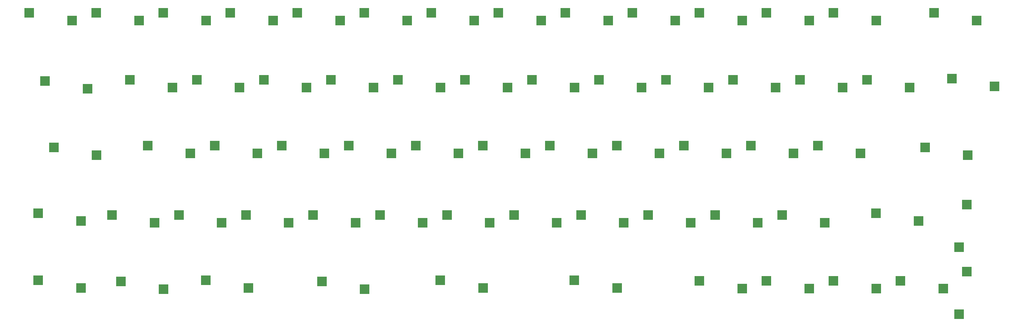
<source format=gbr>
G04 --- HEADER BEGIN --- *
G04 #@! TF.GenerationSoftware,LibrePCB,LibrePCB,0.1.6*
G04 #@! TF.CreationDate,2022-01-23T01:59:08*
G04 #@! TF.ProjectId,kbdkid2,7819c900-32f6-47f1-a260-aa52c2de7dd9,v1*
G04 #@! TF.Part,Single*
G04 #@! TF.SameCoordinates*
G04 #@! TF.FileFunction,Soldermask,Bot*
G04 #@! TF.FilePolarity,Negative*
%FSLAX66Y66*%
%MOMM*%
G01*
G75*
G04 --- HEADER END --- *
G04 --- APERTURE LIST BEGIN --- *
%ADD10R,2.8X2.8*%
G04 --- APERTURE LIST END --- *
G04 --- BOARD BEGIN --- *
D10*
G04 #@! TO.C,S37*
X194630000Y61215000D03*
X182480000Y63415000D03*
G04 #@! TO.C,S44*
X70170000Y41535000D03*
X58020000Y43735000D03*
G04 #@! TO.C,S45*
X89220000Y41535000D03*
X77070000Y43735000D03*
G04 #@! TO.C,S54*
X268290000Y42005000D03*
X256140000Y44205000D03*
G04 #@! TO.C,S40*
X251780000Y61215000D03*
X239630000Y63415000D03*
G04 #@! TO.C,S28*
X289880000Y80265000D03*
X277730000Y82465000D03*
G04 #@! TO.C,S1*
X27625000Y99000000D03*
X15475000Y101200000D03*
G04 #@! TO.C,S27*
X265750000Y79945000D03*
X253600000Y82145000D03*
G04 #@! TO.C,S7*
X141925000Y99000000D03*
X129775000Y101200000D03*
G04 #@! TO.C,S24*
X208600000Y79945000D03*
X196450000Y82145000D03*
G04 #@! TO.C,S12*
X237175000Y99000000D03*
X225025000Y101200000D03*
G04 #@! TO.C,S43*
X51120000Y41535000D03*
X38970000Y43735000D03*
G04 #@! TO.C,S11*
X218125000Y99000000D03*
X205975000Y101200000D03*
G04 #@! TO.C,S18*
X94300000Y79945000D03*
X82150000Y82145000D03*
G04 #@! TO.C,S58*
X77790000Y22955000D03*
X65640000Y25155000D03*
G04 #@! TO.C,S10*
X199075000Y99000000D03*
X186925000Y101200000D03*
G04 #@! TO.C,S32*
X99380000Y61215000D03*
X87230000Y63415000D03*
G04 #@! TO.C,S61*
X182565000Y22960000D03*
X170415000Y25160000D03*
G04 #@! TO.C,S41*
X282260000Y60745000D03*
X270110000Y62945000D03*
G04 #@! TO.C,S23*
X189550000Y79945000D03*
X177400000Y82145000D03*
G04 #@! TO.C,S19*
X113350000Y79945000D03*
X101200000Y82145000D03*
G04 #@! TO.C,S8*
X160975000Y99000000D03*
X148825000Y101200000D03*
G04 #@! TO.C,S56*
X30165000Y22960000D03*
X18015000Y25160000D03*
G04 #@! TO.C,S30*
X61280000Y61215000D03*
X49130000Y63415000D03*
G04 #@! TO.C,S20*
X132400000Y79945000D03*
X120250000Y82145000D03*
G04 #@! TO.C,S2*
X46675000Y99000000D03*
X34525000Y101200000D03*
G04 #@! TO.C,S42*
X30165000Y42010000D03*
X18015000Y44210000D03*
G04 #@! TO.C,S38*
X213680000Y61215000D03*
X201530000Y63415000D03*
G04 #@! TO.C,S34*
X137480000Y61215000D03*
X125330000Y63415000D03*
G04 #@! TO.C,S39*
X232730000Y61215000D03*
X220580000Y63415000D03*
G04 #@! TO.C,S31*
X80330000Y61215000D03*
X68180000Y63415000D03*
G04 #@! TO.C,S6*
X122875000Y99000000D03*
X110725000Y101200000D03*
G04 #@! TO.C,S5*
X103825000Y99000000D03*
X91675000Y101200000D03*
G04 #@! TO.C,S55*
X282000000Y46675000D03*
X279800000Y34525000D03*
G04 #@! TO.C,S3*
X65725000Y99000000D03*
X53575000Y101200000D03*
G04 #@! TO.C,S57*
X53660000Y22645000D03*
X41510000Y24845000D03*
G04 #@! TO.C,S14*
X284800000Y98995000D03*
X272650000Y101195000D03*
G04 #@! TO.C,S33*
X118430000Y61215000D03*
X106280000Y63415000D03*
G04 #@! TO.C,S65*
X275275000Y22800000D03*
X263125000Y25000000D03*
G04 #@! TO.C,S51*
X203520000Y41535000D03*
X191370000Y43735000D03*
G04 #@! TO.C,S13*
X256225000Y99000000D03*
X244075000Y101200000D03*
G04 #@! TO.C,S46*
X108270000Y41535000D03*
X96120000Y43735000D03*
G04 #@! TO.C,S35*
X156530000Y61215000D03*
X144380000Y63415000D03*
G04 #@! TO.C,S22*
X170500000Y79945000D03*
X158350000Y82145000D03*
G04 #@! TO.C,S15*
X32070000Y79635000D03*
X19920000Y81835000D03*
G04 #@! TO.C,S17*
X75250000Y79945000D03*
X63100000Y82145000D03*
G04 #@! TO.C,S52*
X222570000Y41535000D03*
X210420000Y43735000D03*
G04 #@! TO.C,S9*
X180025000Y99000000D03*
X167875000Y101200000D03*
G04 #@! TO.C,S66*
X282000000Y27625000D03*
X279800000Y15475000D03*
G04 #@! TO.C,S16*
X56200000Y79945000D03*
X44050000Y82145000D03*
G04 #@! TO.C,S53*
X241620000Y41535000D03*
X229470000Y43735000D03*
G04 #@! TO.C,S21*
X151450000Y79945000D03*
X139300000Y82145000D03*
G04 #@! TO.C,S25*
X227650000Y79945000D03*
X215500000Y82145000D03*
G04 #@! TO.C,S60*
X144465000Y22960000D03*
X132315000Y25160000D03*
G04 #@! TO.C,S62*
X218125000Y22800000D03*
X205975000Y25000000D03*
G04 #@! TO.C,S49*
X165420000Y41535000D03*
X153270000Y43735000D03*
G04 #@! TO.C,S29*
X34610000Y60745000D03*
X22460000Y62945000D03*
G04 #@! TO.C,S63*
X237175000Y22800000D03*
X225025000Y25000000D03*
G04 #@! TO.C,S26*
X246700000Y79945000D03*
X234550000Y82145000D03*
G04 #@! TO.C,S48*
X146370000Y41535000D03*
X134220000Y43735000D03*
G04 #@! TO.C,S64*
X256225000Y22800000D03*
X244075000Y25000000D03*
G04 #@! TO.C,S4*
X84775000Y99000000D03*
X72625000Y101200000D03*
G04 #@! TO.C,S47*
X127320000Y41535000D03*
X115170000Y43735000D03*
G04 #@! TO.C,S59*
X110810000Y22645000D03*
X98660000Y24845000D03*
G04 #@! TO.C,S36*
X175580000Y61215000D03*
X163430000Y63415000D03*
G04 #@! TO.C,S50*
X184470000Y41535000D03*
X172320000Y43735000D03*
G04 --- BOARD END --- *
G04 #@! TF.MD5,c0957f7803ae5cc0d7f7c9e34078b558*
M02*

</source>
